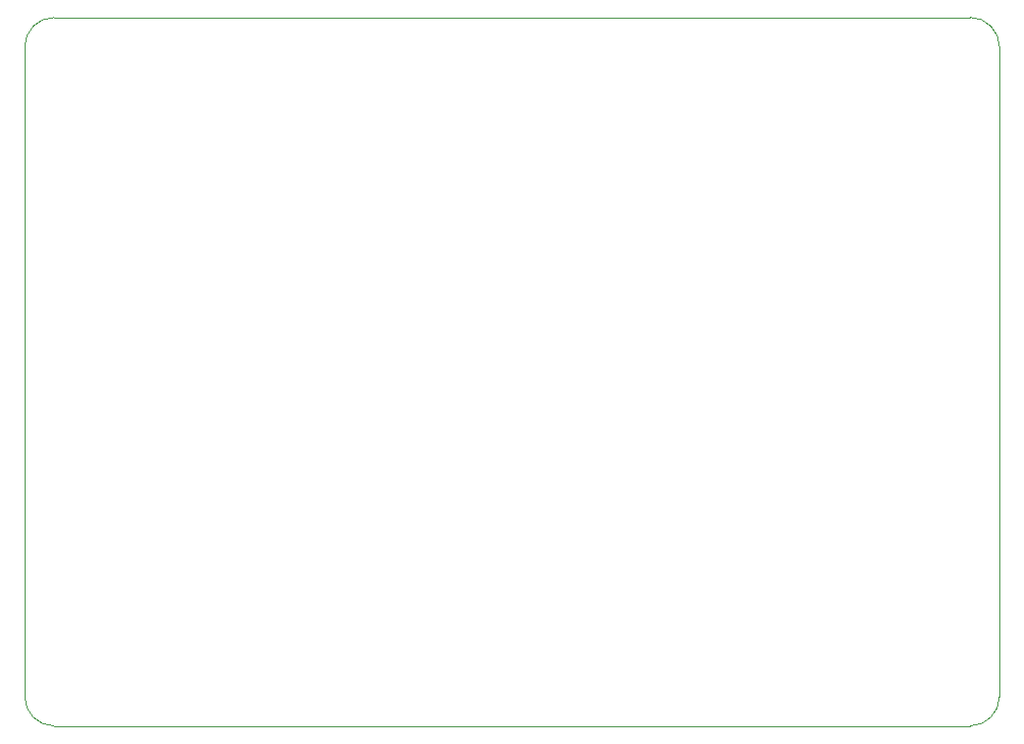
<source format=gm1>
%TF.GenerationSoftware,KiCad,Pcbnew,9.0.0*%
%TF.CreationDate,2025-03-09T03:35:17-07:00*%
%TF.ProjectId,sensor,73656e73-6f72-42e6-9b69-6361645f7063,v0.2*%
%TF.SameCoordinates,Original*%
%TF.FileFunction,Profile,NP*%
%FSLAX46Y46*%
G04 Gerber Fmt 4.6, Leading zero omitted, Abs format (unit mm)*
G04 Created by KiCad (PCBNEW 9.0.0) date 2025-03-09 03:35:17*
%MOMM*%
%LPD*%
G01*
G04 APERTURE LIST*
%TA.AperFunction,Profile*%
%ADD10C,0.050000*%
%TD*%
G04 APERTURE END LIST*
D10*
X96520000Y-15240000D02*
G75*
G02*
X99060000Y-17780000I0J-2540000D01*
G01*
X15240000Y-73660000D02*
X15240000Y-17780000D01*
X99060000Y-17780000D02*
X99060000Y-73660000D01*
X17780000Y-76200000D02*
G75*
G02*
X15240000Y-73660000I0J2540000D01*
G01*
X15240000Y-17780000D02*
G75*
G02*
X17780000Y-15240000I2540000J0D01*
G01*
X99060000Y-73660000D02*
G75*
G02*
X96520000Y-76200000I-2540000J0D01*
G01*
X17780000Y-15240000D02*
X96520000Y-15240000D01*
X96520000Y-76200000D02*
X17780000Y-76200000D01*
M02*

</source>
